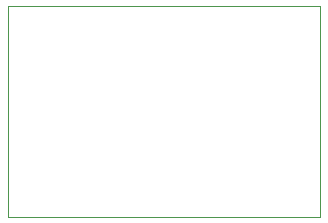
<source format=gbr>
%TF.GenerationSoftware,KiCad,Pcbnew,7.0.8*%
%TF.CreationDate,2024-10-01T11:28:59-04:00*%
%TF.ProjectId,SPIBreakout,53504942-7265-4616-9b6f-75742e6b6963,rev?*%
%TF.SameCoordinates,Original*%
%TF.FileFunction,Profile,NP*%
%FSLAX46Y46*%
G04 Gerber Fmt 4.6, Leading zero omitted, Abs format (unit mm)*
G04 Created by KiCad (PCBNEW 7.0.8) date 2024-10-01 11:28:59*
%MOMM*%
%LPD*%
G01*
G04 APERTURE LIST*
%TA.AperFunction,Profile*%
%ADD10C,0.100000*%
%TD*%
G04 APERTURE END LIST*
D10*
X105810000Y-53150000D02*
X132180000Y-53150000D01*
X132180000Y-71020000D01*
X105810000Y-71020000D01*
X105810000Y-53150000D01*
M02*

</source>
